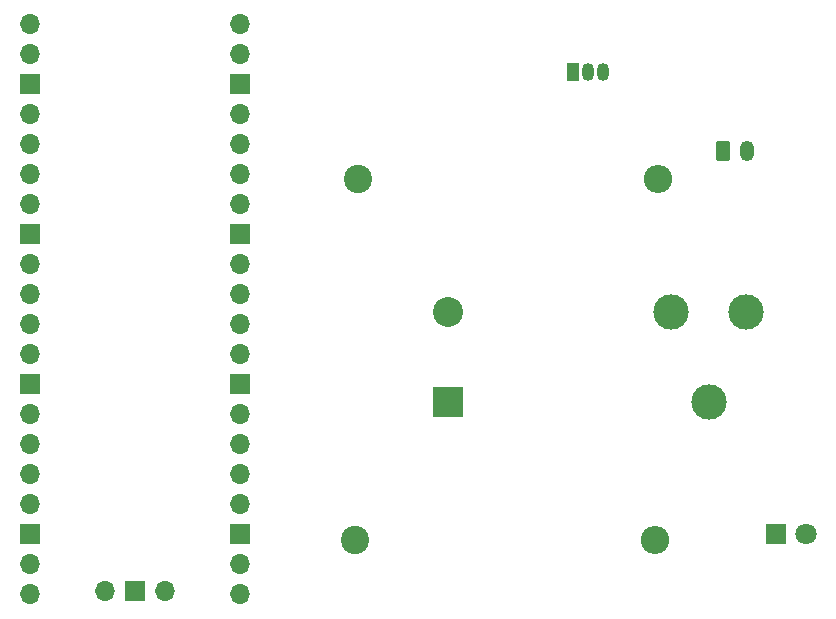
<source format=gbr>
%TF.GenerationSoftware,KiCad,Pcbnew,8.0.1-8.0.1-1~ubuntu22.04.1*%
%TF.CreationDate,2024-03-31T23:59:49-03:00*%
%TF.ProjectId,PCB-ESP,5043422d-4553-4502-9e6b-696361645f70,rev?*%
%TF.SameCoordinates,Original*%
%TF.FileFunction,Copper,L2,Bot*%
%TF.FilePolarity,Positive*%
%FSLAX46Y46*%
G04 Gerber Fmt 4.6, Leading zero omitted, Abs format (unit mm)*
G04 Created by KiCad (PCBNEW 8.0.1-8.0.1-1~ubuntu22.04.1) date 2024-03-31 23:59:49*
%MOMM*%
%LPD*%
G01*
G04 APERTURE LIST*
G04 Aperture macros list*
%AMRoundRect*
0 Rectangle with rounded corners*
0 $1 Rounding radius*
0 $2 $3 $4 $5 $6 $7 $8 $9 X,Y pos of 4 corners*
0 Add a 4 corners polygon primitive as box body*
4,1,4,$2,$3,$4,$5,$6,$7,$8,$9,$2,$3,0*
0 Add four circle primitives for the rounded corners*
1,1,$1+$1,$2,$3*
1,1,$1+$1,$4,$5*
1,1,$1+$1,$6,$7*
1,1,$1+$1,$8,$9*
0 Add four rect primitives between the rounded corners*
20,1,$1+$1,$2,$3,$4,$5,0*
20,1,$1+$1,$4,$5,$6,$7,0*
20,1,$1+$1,$6,$7,$8,$9,0*
20,1,$1+$1,$8,$9,$2,$3,0*%
G04 Aperture macros list end*
%TA.AperFunction,ComponentPad*%
%ADD10O,1.700000X1.700000*%
%TD*%
%TA.AperFunction,ComponentPad*%
%ADD11R,1.700000X1.700000*%
%TD*%
%TA.AperFunction,ComponentPad*%
%ADD12C,2.400000*%
%TD*%
%TA.AperFunction,ComponentPad*%
%ADD13O,2.400000X2.400000*%
%TD*%
%TA.AperFunction,ComponentPad*%
%ADD14R,1.050000X1.500000*%
%TD*%
%TA.AperFunction,ComponentPad*%
%ADD15O,1.050000X1.500000*%
%TD*%
%TA.AperFunction,ComponentPad*%
%ADD16C,3.000000*%
%TD*%
%TA.AperFunction,ComponentPad*%
%ADD17R,2.540000X2.540000*%
%TD*%
%TA.AperFunction,ComponentPad*%
%ADD18C,2.540000*%
%TD*%
%TA.AperFunction,ComponentPad*%
%ADD19RoundRect,0.250000X-0.350000X-0.625000X0.350000X-0.625000X0.350000X0.625000X-0.350000X0.625000X0*%
%TD*%
%TA.AperFunction,ComponentPad*%
%ADD20O,1.200000X1.750000*%
%TD*%
%TA.AperFunction,ComponentPad*%
%ADD21R,1.800000X1.800000*%
%TD*%
%TA.AperFunction,ComponentPad*%
%ADD22C,1.800000*%
%TD*%
G04 APERTURE END LIST*
D10*
%TO.P,U1,1,GPIO0*%
%TO.N,unconnected-(U1-GPIO0-Pad1)*%
X108295000Y-65355000D03*
%TO.P,U1,2,GPIO1*%
%TO.N,unconnected-(U1-GPIO1-Pad2)*%
X108295000Y-67895000D03*
D11*
%TO.P,U1,3,GND*%
%TO.N,unconnected-(U1-GND-Pad3)*%
X108295000Y-70435000D03*
D10*
%TO.P,U1,4,GPIO2*%
%TO.N,unconnected-(U1-GPIO2-Pad4)*%
X108295000Y-72975000D03*
%TO.P,U1,5,GPIO3*%
%TO.N,unconnected-(U1-GPIO3-Pad5)*%
X108295000Y-75515000D03*
%TO.P,U1,6,GPIO4*%
%TO.N,unconnected-(U1-GPIO4-Pad6)*%
X108295000Y-78055000D03*
%TO.P,U1,7,GPIO5*%
%TO.N,unconnected-(U1-GPIO5-Pad7)*%
X108295000Y-80595000D03*
D11*
%TO.P,U1,8,GND*%
%TO.N,unconnected-(U1-GND-Pad8)*%
X108295000Y-83135000D03*
D10*
%TO.P,U1,9,GPIO6*%
%TO.N,unconnected-(U1-GPIO6-Pad9)*%
X108295000Y-85675000D03*
%TO.P,U1,10,GPIO7*%
%TO.N,unconnected-(U1-GPIO7-Pad10)*%
X108295000Y-88215000D03*
%TO.P,U1,11,GPIO8*%
%TO.N,unconnected-(U1-GPIO8-Pad11)*%
X108295000Y-90755000D03*
%TO.P,U1,12,GPIO9*%
%TO.N,unconnected-(U1-GPIO9-Pad12)*%
X108295000Y-93295000D03*
D11*
%TO.P,U1,13,GND*%
%TO.N,unconnected-(U1-GND-Pad13)*%
X108295000Y-95835000D03*
D10*
%TO.P,U1,14,GPIO10*%
%TO.N,unconnected-(U1-GPIO10-Pad14)*%
X108295000Y-98375000D03*
%TO.P,U1,15,GPIO11*%
%TO.N,unconnected-(U1-GPIO11-Pad15)*%
X108295000Y-100915000D03*
%TO.P,U1,16,GPIO12*%
%TO.N,unconnected-(U1-GPIO12-Pad16)*%
X108295000Y-103455000D03*
%TO.P,U1,17,GPIO13*%
%TO.N,unconnected-(U1-GPIO13-Pad17)*%
X108295000Y-105995000D03*
D11*
%TO.P,U1,18,GND*%
%TO.N,unconnected-(U1-GND-Pad18)*%
X108295000Y-108535000D03*
D10*
%TO.P,U1,19,GPIO14*%
%TO.N,unconnected-(U1-GPIO14-Pad19)*%
X108295000Y-111075000D03*
%TO.P,U1,20,GPIO15*%
%TO.N,unconnected-(U1-GPIO15-Pad20)*%
X108295000Y-113615000D03*
%TO.P,U1,21,GPIO16*%
%TO.N,GP16*%
X126075000Y-113615000D03*
%TO.P,U1,22,GPIO17*%
%TO.N,unconnected-(U1-GPIO17-Pad22)*%
X126075000Y-111075000D03*
D11*
%TO.P,U1,23,GND*%
%TO.N,unconnected-(U1-GND-Pad23)*%
X126075000Y-108535000D03*
D10*
%TO.P,U1,24,GPIO18*%
%TO.N,unconnected-(U1-GPIO18-Pad24)*%
X126075000Y-105995000D03*
%TO.P,U1,25,GPIO19*%
%TO.N,unconnected-(U1-GPIO19-Pad25)*%
X126075000Y-103455000D03*
%TO.P,U1,26,GPIO20*%
%TO.N,unconnected-(U1-GPIO20-Pad26)*%
X126075000Y-100915000D03*
%TO.P,U1,27,GPIO21*%
%TO.N,GP21*%
X126075000Y-98375000D03*
D11*
%TO.P,U1,28,GND*%
X126075000Y-95835000D03*
D10*
%TO.P,U1,29,GPIO22*%
%TO.N,unconnected-(U1-GPIO22-Pad29)*%
X126075000Y-93295000D03*
%TO.P,U1,30,RUN*%
%TO.N,unconnected-(U1-RUN-Pad30)*%
X126075000Y-90755000D03*
%TO.P,U1,31,GPIO26_ADC0*%
%TO.N,Analogico*%
X126075000Y-88215000D03*
%TO.P,U1,32,GPIO27_ADC1*%
%TO.N,unconnected-(U1-GPIO27_ADC1-Pad32)*%
X126075000Y-85675000D03*
D11*
%TO.P,U1,33,AGND*%
%TO.N,unconnected-(U1-AGND-Pad33)*%
X126075000Y-83135000D03*
D10*
%TO.P,U1,34,GPIO28_ADC2*%
%TO.N,unconnected-(U1-GPIO28_ADC2-Pad34)*%
X126075000Y-80595000D03*
%TO.P,U1,35,ADC_VREF*%
%TO.N,unconnected-(U1-ADC_VREF-Pad35)*%
X126075000Y-78055000D03*
%TO.P,U1,36,3V3*%
%TO.N,unconnected-(U1-3V3-Pad36)*%
X126075000Y-75515000D03*
%TO.P,U1,37,3V3_EN*%
%TO.N,unconnected-(U1-3V3_EN-Pad37)*%
X126075000Y-72975000D03*
D11*
%TO.P,U1,38,GND*%
%TO.N,GND*%
X126075000Y-70435000D03*
D10*
%TO.P,U1,39,VSYS*%
%TO.N,unconnected-(U1-VSYS-Pad39)*%
X126075000Y-67895000D03*
%TO.P,U1,40,VBUS*%
%TO.N,unconnected-(U1-VBUS-Pad40)*%
X126075000Y-65355000D03*
%TO.P,U1,41,SWCLK*%
%TO.N,unconnected-(U1-SWCLK-Pad41)*%
X114645000Y-113385000D03*
D11*
%TO.P,U1,42,GND*%
%TO.N,unconnected-(U1-GND-Pad42)*%
X117185000Y-113385000D03*
D10*
%TO.P,U1,43,SWDIO*%
%TO.N,unconnected-(U1-SWDIO-Pad43)*%
X119725000Y-113385000D03*
%TD*%
D12*
%TO.P,R2,1*%
%TO.N,GP16*%
X135800000Y-109000000D03*
D13*
%TO.P,R2,2*%
%TO.N,Net-(D1-K)*%
X161200000Y-109000000D03*
%TD*%
D12*
%TO.P,R1,1*%
%TO.N,GP21*%
X136100000Y-78500000D03*
D13*
%TO.P,R1,2*%
%TO.N,GND*%
X161500000Y-78500000D03*
%TD*%
D14*
%TO.P,Q1,1,C*%
%TO.N,GND*%
X154230000Y-69360000D03*
D15*
%TO.P,Q1,2,B*%
X155500000Y-69360000D03*
%TO.P,Q1,3,E*%
X156770000Y-69360000D03*
%TD*%
D16*
%TO.P,K1,11*%
%TO.N,Net-(J1-Pin_1)*%
X165750000Y-97300000D03*
%TO.P,K1,12*%
%TO.N,unconnected-(K1-Pad12)*%
X162550000Y-89680000D03*
%TO.P,K1,14*%
%TO.N,Net-(J1-Pin_1)*%
X168950000Y-89680000D03*
D17*
%TO.P,K1,A1*%
%TO.N,VCC*%
X143650000Y-97300000D03*
D18*
%TO.P,K1,A2*%
%TO.N,GND*%
X143650000Y-89680000D03*
%TD*%
D19*
%TO.P,J1,1,Pin_1*%
%TO.N,Net-(J1-Pin_1)*%
X167000000Y-76050000D03*
D20*
%TO.P,J1,2,Pin_2*%
X169000000Y-76050000D03*
%TD*%
D21*
%TO.P,D1,1,K*%
%TO.N,Net-(D1-K)*%
X171460000Y-108500000D03*
D22*
%TO.P,D1,2,A*%
%TO.N,unconnected-(D1-A-Pad2)*%
X174000000Y-108500000D03*
%TD*%
M02*

</source>
